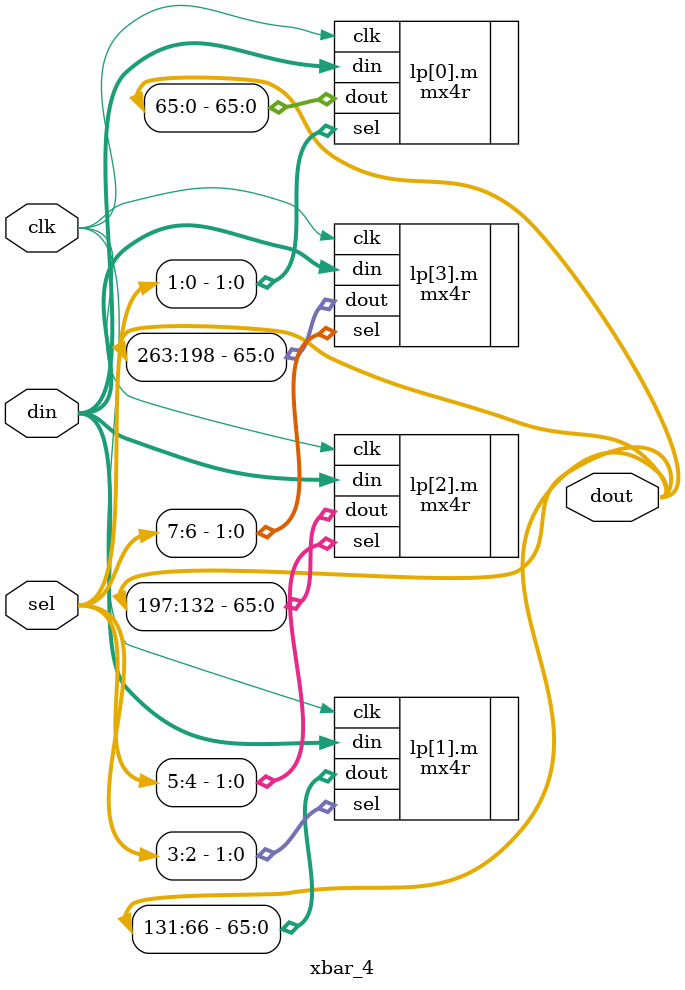
<source format=v>



`timescale 1 ps / 1 ps
// Copyright 2012 Altera Corporation. All rights reserved.  
// Altera products are protected under numerous U.S. and foreign patents, 
// maskwork rights, copyrights and other intellectual property laws.  
//
// This reference design file, and your use thereof, is subject to and governed
// by the terms and conditions of the applicable Altera Reference Design 
// License Agreement (either as signed by you or found at www.altera.com).  By
// using this reference design file, you indicate your acceptance of such terms
// and conditions between you and Altera Corporation.  In the event that you do
// not agree with such terms and conditions, you may not use the reference 
// design file and please promptly destroy any copies you have made.
//
// This reference design file is being provided on an "as-is" basis and as an 
// accommodation and therefore all warranties, representations or guarantees of 
// any kind (whether express, implied or statutory) including, without 
// limitation, warranties of merchantability, non-infringement, or fitness for
// a particular purpose, are specifically disclaimed.  By making this reference
// design file available, Altera expressly does not recommend, suggest or 
// require that this reference design file be used in combination with any 
// other product not provided by Altera.
/////////////////////////////////////////////////////////////////////////////

// baeckler - 07-24-2012

module xbar_4 #(
	parameter WIDTH = 66
)(
	input clk,
	input [4*2-1:0] sel,
	input [4*WIDTH-1:0] din,
	output [4*WIDTH-1:0] dout	
);

genvar i;
generate
	for (i=0; i<4; i=i+1) begin : lp
		mx4r m (
			.clk(clk),
			.din(din),
			.dout(dout[(i+1)*WIDTH-1:i*WIDTH]),
			.sel(sel[(i+1)*2-1:i*2])
		);	
		defparam m .WIDTH = WIDTH; 	
	end
endgenerate

endmodule
// BENCHMARK INFO :  5SGXEA7N2F45C2
// BENCHMARK INFO :  Max depth :  1.0 LUTs
// BENCHMARK INFO :  Total registers : 264
// BENCHMARK INFO :  Total pins : 537
// BENCHMARK INFO :  Total virtual pins : 0
// BENCHMARK INFO :  Total block memory bits : 0
// BENCHMARK INFO :  Comb ALUTs :                         ; 265             ;       ;
// BENCHMARK INFO :  ALMs : 133 / 234,720 ( < 1 % )
// BENCHMARK INFO :  Worst setup path @ 468.75MHz : 2.063 ns, From clk~inputCLKENA0FMAX_CAP_FF0, To clk~inputCLKENA0FMAX_CAP_FF1}
// BENCHMARK INFO :  Worst setup path @ 468.75MHz : 2.063 ns, From clk~inputCLKENA0FMAX_CAP_FF0, To clk~inputCLKENA0FMAX_CAP_FF1}
// BENCHMARK INFO :  Worst setup path @ 468.75MHz : 2.063 ns, From clk~inputCLKENA0FMAX_CAP_FF0, To clk~inputCLKENA0FMAX_CAP_FF1}

</source>
